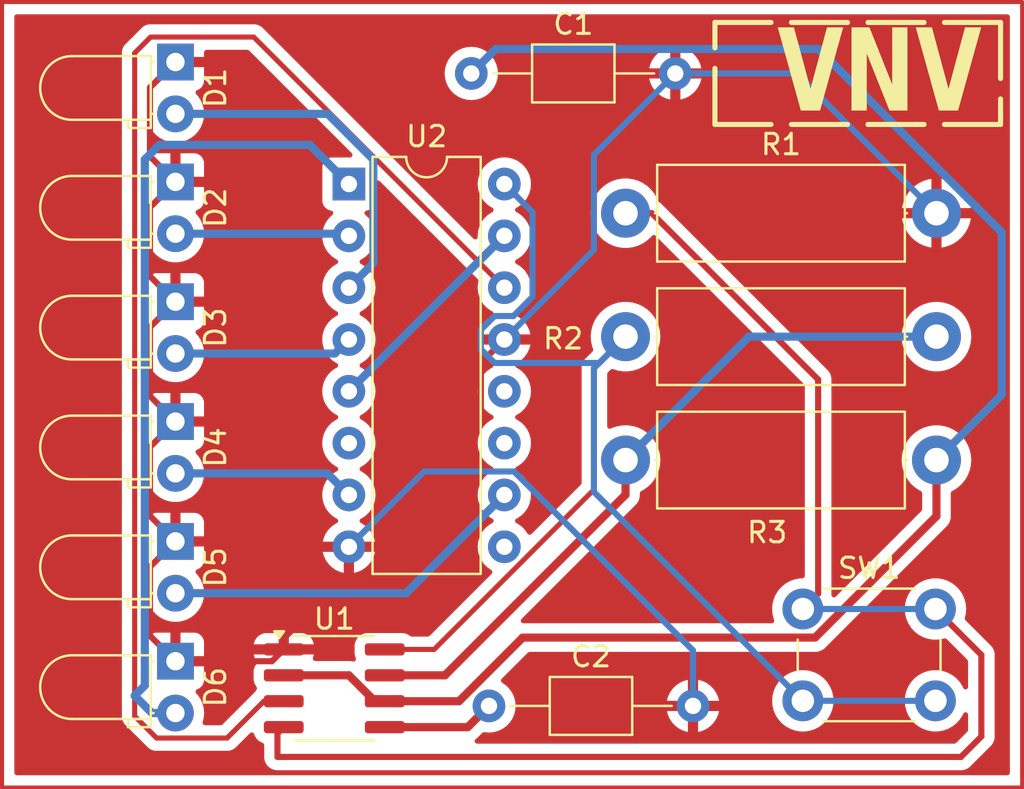
<source format=kicad_pcb>
(kicad_pcb (version 20240108) (generator "pcbnew") (generator_version "8.0")
  (layers (0 "F.Cu" signal) (31 "B.Cu" signal) (36 "B.SilkS" user "B.Silkscreen") (37 "F.SilkS" user "F.Silkscreen") (38 "B.Mask" user) (39 "F.Mask" user) (44 "Edge.Cuts" user))
  (net 0 "")
  (net 1 "/R2C1")
  (net 2 "GND")
  (net 3 "Net-(U1-CV)")
  (net 4 "/L1")
  (net 5 "/L2")
  (net 6 "/L3")
  (net 7 "/L4")
  (net 8 "/L5")
  (net 9 "/L6")
  (net 10 "/RST")
  (net 11 "/R1R2")
  (net 12 "5V")
  (net 13 "/CLK")
  (net 15 "/Q6")
  (footprint "LED_THT:LED_D3.0mm_Horizontal_O1.27mm_Z2.0mm" (layer "F.Cu") (at 126 77.440909 -90)
    (property "Reference" "D1" (at 1.27 -1.96 90) (layer "F.SilkS"))
    (property "Value" "LED")
    (fp_line (start 2.83 2.33) (end 2.83 1.21) (stroke (width 0.12)) (layer "F.SilkS"))
    (fp_line (start 3.23 2.33) (end 2.83 2.33) (stroke (width 0.12)) (layer "F.SilkS"))
    (fp_line (start -0.29 1.21) (end -0.29 5.07) (stroke (width 0.12)) (layer "F.SilkS"))
    (fp_line (start -0.29 1.21) (end 2.83 1.21) (stroke (width 0.12)) (layer "F.SilkS"))
    (fp_line (start 0 1.21) (end 0 1.21) (stroke (width 0.12)) (layer "F.SilkS"))
    (fp_line (start 0 1.21) (end 0 1.08) (stroke (width 0.12)) (layer "F.SilkS"))
    (fp_line (start 2.54 1.21) (end 2.54 1.21) (stroke (width 0.12)) (layer "F.SilkS"))
    (fp_line (start 2.54 1.21) (end 2.54 1.08) (stroke (width 0.12)) (layer "F.SilkS"))
    (fp_line (start 2.83 1.21) (end 2.83 5.07) (stroke (width 0.12)) (layer "F.SilkS"))
    (fp_line (start 2.83 1.21) (end 3.23 1.21) (stroke (width 0.12)) (layer "F.SilkS"))
    (fp_line (start 3.23 1.21) (end 3.23 2.33) (stroke (width 0.12)) (layer "F.SilkS"))
    (fp_line (start 0 1.08) (end 0 1.21) (stroke (width 0.12)) (layer "F.SilkS"))
    (fp_line (start 0 1.08) (end 0 1.08) (stroke (width 0.12)) (layer "F.SilkS"))
    (fp_line (start 2.54 1.08) (end 2.54 1.21) (stroke (width 0.12)) (layer "F.SilkS"))
    (fp_line (start 2.54 1.08) (end 2.54 1.08) (stroke (width 0.12)) (layer "F.SilkS"))
    (fp_arc (start 2.83 5.07) (mid 1.27 6.63) (end -0.29 5.07) (stroke (width 0.12)) (layer "F.SilkS"))
    (pad "1" thru_hole rect (at 0 0 270) (size 1.8 1.8) (drill 0.9) (layers "*.Cu" "*.Mask") (net 2 "GND"))
    (pad "2" thru_hole circle (at 2.54 0 270) (size 1.8 1.8) (drill 0.9) (layers "*.Cu" "*.Mask") (net 4 "/L1"))
  )
  (footprint "Capacitor_THT:C_Axial_L3.8mm_D2.6mm_P10.00mm_Horizontal" (layer "F.Cu") (at 141.366666 109)
    (property "Reference" "C2" (at 5 -2.42 0) (layer "F.SilkS"))
    (property "Value" "1nF")
    (fp_line (start 1.04 0) (end 2.98 0) (stroke (width 0.12)) (layer "F.SilkS"))
    (fp_line (start 2.98 -1.42) (end 2.98 1.42) (stroke (width 0.12)) (layer "F.SilkS"))
    (fp_line (start 2.98 1.42) (end 7.02 1.42) (stroke (width 0.12)) (layer "F.SilkS"))
    (fp_line (start 7.02 -1.42) (end 2.98 -1.42) (stroke (width 0.12)) (layer "F.SilkS"))
    (fp_line (start 7.02 1.42) (end 7.02 -1.42) (stroke (width 0.12)) (layer "F.SilkS"))
    (fp_line (start 8.96 0) (end 7.02 0) (stroke (width 0.12)) (layer "F.SilkS"))
    (pad "1" thru_hole circle (at 0 0) (size 1.6 1.6) (drill 0.8) (layers "*.Cu" "*.Mask") (net 3 "Net-(U1-CV)"))
    (pad "2" thru_hole oval (at 10 0) (size 1.6 1.6) (drill 0.8) (layers "*.Cu" "*.Mask") (net 2 "GND"))
  )
  (footprint "LED_THT:LED_D3.0mm_Horizontal_O1.27mm_Z2.0mm" (layer "F.Cu") (at 126 83.314545 -90)
    (property "Reference" "D2" (at 1.27 -1.96 90) (layer "F.SilkS"))
    (property "Value" "LED")
    (fp_line (start 2.83 2.33) (end 2.83 1.21) (stroke (width 0.12)) (layer "F.SilkS"))
    (fp_line (start 3.23 2.33) (end 2.83 2.33) (stroke (width 0.12)) (layer "F.SilkS"))
    (fp_line (start -0.29 1.21) (end -0.29 5.07) (stroke (width 0.12)) (layer "F.SilkS"))
    (fp_line (start -0.29 1.21) (end 2.83 1.21) (stroke (width 0.12)) (layer "F.SilkS"))
    (fp_line (start 0 1.21) (end 0 1.21) (stroke (width 0.12)) (layer "F.SilkS"))
    (fp_line (start 0 1.21) (end 0 1.08) (stroke (width 0.12)) (layer "F.SilkS"))
    (fp_line (start 2.54 1.21) (end 2.54 1.21) (stroke (width 0.12)) (layer "F.SilkS"))
    (fp_line (start 2.54 1.21) (end 2.54 1.08) (stroke (width 0.12)) (layer "F.SilkS"))
    (fp_line (start 2.83 1.21) (end 2.83 5.07) (stroke (width 0.12)) (layer "F.SilkS"))
    (fp_line (start 2.83 1.21) (end 3.23 1.21) (stroke (width 0.12)) (layer "F.SilkS"))
    (fp_line (start 3.23 1.21) (end 3.23 2.33) (stroke (width 0.12)) (layer "F.SilkS"))
    (fp_line (start 0 1.08) (end 0 1.21) (stroke (width 0.12)) (layer "F.SilkS"))
    (fp_line (start 0 1.08) (end 0 1.08) (stroke (width 0.12)) (layer "F.SilkS"))
    (fp_line (start 2.54 1.08) (end 2.54 1.21) (stroke (width 0.12)) (layer "F.SilkS"))
    (fp_line (start 2.54 1.08) (end 2.54 1.08) (stroke (width 0.12)) (layer "F.SilkS"))
    (fp_arc (start 2.83 5.07) (mid 1.27 6.63) (end -0.29 5.07) (stroke (width 0.12)) (layer "F.SilkS"))
    (pad "1" thru_hole rect (at 0 0 270) (size 1.8 1.8) (drill 0.9) (layers "*.Cu" "*.Mask") (net 2 "GND"))
    (pad "2" thru_hole circle (at 2.54 0 270) (size 1.8 1.8) (drill 0.9) (layers "*.Cu" "*.Mask") (net 5 "/L2"))
  )
  (footprint "Resistor_THT:R_Axial_DIN0414_L11.9mm_D4.5mm_P15.24mm_Horizontal" (layer "F.Cu") (at 148.06 90.9)
    (property "Reference" "R2" (at -3.06 0.1 0) (layer "F.SilkS"))
    (property "Value" "22k")
    (fp_line (start 1.44 0) (end 1.55 0) (stroke (width 0.12)) (layer "F.SilkS"))
    (fp_line (start 1.55 -2.37) (end 1.55 2.37) (stroke (width 0.12)) (layer "F.SilkS"))
    (fp_line (start 1.55 2.37) (end 13.69 2.37) (stroke (width 0.12)) (layer "F.SilkS"))
    (fp_line (start 13.69 -2.37) (end 1.55 -2.37) (stroke (width 0.12)) (layer "F.SilkS"))
    (fp_line (start 13.69 2.37) (end 13.69 -2.37) (stroke (width 0.12)) (layer "F.SilkS"))
    (fp_line (start 13.8 0) (end 13.69 0) (stroke (width 0.12)) (layer "F.SilkS"))
    (pad "1" thru_hole circle (at 0 0) (size 2.4 2.4) (drill 1.2) (layers "*.Cu" "*.Mask") (net 12 "5V"))
    (pad "2" thru_hole oval (at 15.24 0) (size 2.4 2.4) (drill 1.2) (layers "*.Cu" "*.Mask") (net 11 "/R1R2"))
  )
  (footprint "Capacitor_THT:C_Axial_L3.8mm_D2.6mm_P10.00mm_Horizontal" (layer "F.Cu") (at 140.5 78)
    (property "Reference" "C1" (at 5 -2.42 0) (layer "F.SilkS"))
    (property "Value" "1nF")
    (fp_line (start 1.04 0) (end 2.98 0) (stroke (width 0.12)) (layer "F.SilkS"))
    (fp_line (start 2.98 -1.42) (end 2.98 1.42) (stroke (width 0.12)) (layer "F.SilkS"))
    (fp_line (start 2.98 1.42) (end 7.02 1.42) (stroke (width 0.12)) (layer "F.SilkS"))
    (fp_line (start 7.02 -1.42) (end 2.98 -1.42) (stroke (width 0.12)) (layer "F.SilkS"))
    (fp_line (start 7.02 1.42) (end 7.02 -1.42) (stroke (width 0.12)) (layer "F.SilkS"))
    (fp_line (start 8.96 0) (end 7.02 0) (stroke (width 0.12)) (layer "F.SilkS"))
    (pad "1" thru_hole circle (at 0 0) (size 1.6 1.6) (drill 0.8) (layers "*.Cu" "*.Mask") (net 1 "/R2C1"))
    (pad "2" thru_hole oval (at 10 0) (size 1.6 1.6) (drill 0.8) (layers "*.Cu" "*.Mask") (net 2 "GND"))
  )
  (footprint "Resistor_THT:R_Axial_DIN0414_L11.9mm_D4.5mm_P15.24mm_Horizontal" (layer "F.Cu") (at 148.06 96.95)
    (property "Reference" "R3" (at 6.94 3.55 0) (layer "F.SilkS"))
    (property "Value" "100k")
    (fp_line (start 1.44 0) (end 1.55 0) (stroke (width 0.12)) (layer "F.SilkS"))
    (fp_line (start 1.55 -2.37) (end 1.55 2.37) (stroke (width 0.12)) (layer "F.SilkS"))
    (fp_line (start 1.55 2.37) (end 13.69 2.37) (stroke (width 0.12)) (layer "F.SilkS"))
    (fp_line (start 13.69 -2.37) (end 1.55 -2.37) (stroke (width 0.12)) (layer "F.SilkS"))
    (fp_line (start 13.69 2.37) (end 13.69 -2.37) (stroke (width 0.12)) (layer "F.SilkS"))
    (fp_line (start 13.8 0) (end 13.69 0) (stroke (width 0.12)) (layer "F.SilkS"))
    (pad "1" thru_hole circle (at 0 0) (size 2.4 2.4) (drill 1.2) (layers "*.Cu" "*.Mask") (net 11 "/R1R2"))
    (pad "2" thru_hole oval (at 15.24 0) (size 2.4 2.4) (drill 1.2) (layers "*.Cu" "*.Mask") (net 1 "/R2C1"))
  )
  (footprint "LED_THT:LED_D3.0mm_Horizontal_O1.27mm_Z2.0mm" (layer "F.Cu") (at 126 95.061817 -90)
    (property "Reference" "D4" (at 1.27 -1.96 90) (layer "F.SilkS"))
    (property "Value" "LED")
    (fp_line (start 2.83 2.33) (end 2.83 1.21) (stroke (width 0.12)) (layer "F.SilkS"))
    (fp_line (start 3.23 2.33) (end 2.83 2.33) (stroke (width 0.12)) (layer "F.SilkS"))
    (fp_line (start -0.29 1.21) (end -0.29 5.07) (stroke (width 0.12)) (layer "F.SilkS"))
    (fp_line (start -0.29 1.21) (end 2.83 1.21) (stroke (width 0.12)) (layer "F.SilkS"))
    (fp_line (start 0 1.21) (end 0 1.21) (stroke (width 0.12)) (layer "F.SilkS"))
    (fp_line (start 0 1.21) (end 0 1.08) (stroke (width 0.12)) (layer "F.SilkS"))
    (fp_line (start 2.54 1.21) (end 2.54 1.21) (stroke (width 0.12)) (layer "F.SilkS"))
    (fp_line (start 2.54 1.21) (end 2.54 1.08) (stroke (width 0.12)) (layer "F.SilkS"))
    (fp_line (start 2.83 1.21) (end 2.83 5.07) (stroke (width 0.12)) (layer "F.SilkS"))
    (fp_line (start 2.83 1.21) (end 3.23 1.21) (stroke (width 0.12)) (layer "F.SilkS"))
    (fp_line (start 3.23 1.21) (end 3.23 2.33) (stroke (width 0.12)) (layer "F.SilkS"))
    (fp_line (start 0 1.08) (end 0 1.21) (stroke (width 0.12)) (layer "F.SilkS"))
    (fp_line (start 0 1.08) (end 0 1.08) (stroke (width 0.12)) (layer "F.SilkS"))
    (fp_line (start 2.54 1.08) (end 2.54 1.21) (stroke (width 0.12)) (layer "F.SilkS"))
    (fp_line (start 2.54 1.08) (end 2.54 1.08) (stroke (width 0.12)) (layer "F.SilkS"))
    (fp_arc (start 2.83 5.07) (mid 1.27 6.63) (end -0.29 5.07) (stroke (width 0.12)) (layer "F.SilkS"))
    (pad "1" thru_hole rect (at 0 0 270) (size 1.8 1.8) (drill 0.9) (layers "*.Cu" "*.Mask") (net 2 "GND"))
    (pad "2" thru_hole circle (at 2.54 0 270) (size 1.8 1.8) (drill 0.9) (layers "*.Cu" "*.Mask") (net 7 "/L4"))
  )
  (footprint "LED_THT:LED_D3.0mm_Horizontal_O1.27mm_Z2.0mm" (layer "F.Cu") (at 126 106.80909 -90)
    (property "Reference" "D6" (at 1.27 -1.96 90) (layer "F.SilkS"))
    (property "Value" "LED")
    (fp_line (start 2.83 2.33) (end 2.83 1.21) (stroke (width 0.12)) (layer "F.SilkS"))
    (fp_line (start 3.23 2.33) (end 2.83 2.33) (stroke (width 0.12)) (layer "F.SilkS"))
    (fp_line (start -0.29 1.21) (end -0.29 5.07) (stroke (width 0.12)) (layer "F.SilkS"))
    (fp_line (start -0.29 1.21) (end 2.83 1.21) (stroke (width 0.12)) (layer "F.SilkS"))
    (fp_line (start 0 1.21) (end 0 1.21) (stroke (width 0.12)) (layer "F.SilkS"))
    (fp_line (start 0 1.21) (end 0 1.08) (stroke (width 0.12)) (layer "F.SilkS"))
    (fp_line (start 2.54 1.21) (end 2.54 1.21) (stroke (width 0.12)) (layer "F.SilkS"))
    (fp_line (start 2.54 1.21) (end 2.54 1.08) (stroke (width 0.12)) (layer "F.SilkS"))
    (fp_line (start 2.83 1.21) (end 2.83 5.07) (stroke (width 0.12)) (layer "F.SilkS"))
    (fp_line (start 2.83 1.21) (end 3.23 1.21) (stroke (width 0.12)) (layer "F.SilkS"))
    (fp_line (start 3.23 1.21) (end 3.23 2.33) (stroke (width 0.12)) (layer "F.SilkS"))
    (fp_line (start 0 1.08) (end 0 1.21) (stroke (width 0.12)) (layer "F.SilkS"))
    (fp_line (start 0 1.08) (end 0 1.08) (stroke (width 0.12)) (layer "F.SilkS"))
    (fp_line (start 2.54 1.08) (end 2.54 1.21) (stroke (width 0.12)) (layer "F.SilkS"))
    (fp_line (start 2.54 1.08) (end 2.54 1.08) (stroke (width 0.12)) (layer "F.SilkS"))
    (fp_arc (start 2.83 5.07) (mid 1.27 6.63) (end -0.29 5.07) (stroke (width 0.12)) (layer "F.SilkS"))
    (pad "1" thru_hole rect (at 0 0 270) (size 1.8 1.8) (drill 0.9) (layers "*.Cu" "*.Mask") (net 2 "GND"))
    (pad "2" thru_hole circle (at 2.54 0 270) (size 1.8 1.8) (drill 0.9) (layers "*.Cu" "*.Mask") (net 9 "/L6"))
  )
  (footprint "Package_SO:SOIC-8_3.9x4.9mm_P1.27mm" (layer "F.Cu") (at 133.783333 108.135)
    (property "Reference" "U1" (at 0 -3.4 0) (layer "F.SilkS"))
    (property "Value" "ICM7555xB")
    (fp_line (start 0 -2.56) (end -1.95 -2.56) (stroke (width 0.12)) (layer "F.SilkS"))
    (fp_line (start 0 -2.56) (end 1.95 -2.56) (stroke (width 0.12)) (layer "F.SilkS"))
    (fp_line (start 0 2.56) (end -1.95 2.56) (stroke (width 0.12)) (layer "F.SilkS"))
    (fp_line (start 0 2.56) (end 1.95 2.56) (stroke (width 0.12)) (layer "F.SilkS"))
    (fp_poly (pts (xy -2.7 -2.465) (xy -2.94 -2.795) (xy -2.46 -2.795) (xy -2.7 -2.465)) (stroke (width 0.12)) (fill solid) (layer "F.SilkS"))
    (pad "1" smd roundrect (at -2.475 -1.905) (size 1.95 0.6) (layers "F.Cu" "F.Paste" "F.Mask") (net 2 "GND"))
    (pad "2" smd roundrect (at -2.475 -0.635) (size 1.95 0.6) (layers "F.Cu" "F.Paste" "F.Mask") (net 1 "/R2C1"))
    (pad "3" smd roundrect (at -2.475 0.635) (size 1.95 0.6) (layers "F.Cu" "F.Paste" "F.Mask") (net 13 "/CLK"))
    (pad "4" smd roundrect (at -2.475 1.905) (size 1.95 0.6) (layers "F.Cu" "F.Paste" "F.Mask") (net 10 "/RST"))
    (pad "5" smd roundrect (at 2.475 1.905) (size 1.95 0.6) (layers "F.Cu" "F.Paste" "F.Mask") (net 3 "Net-(U1-CV)"))
    (pad "6" smd roundrect (at 2.475 0.635) (size 1.95 0.6) (layers "F.Cu" "F.Paste" "F.Mask") (net 1 "/R2C1"))
    (pad "7" smd roundrect (at 2.475 -0.635) (size 1.95 0.6) (layers "F.Cu" "F.Paste" "F.Mask") (net 11 "/R1R2"))
    (pad "8" smd roundrect (at 2.475 -1.905) (size 1.95 0.6) (layers "F.Cu" "F.Paste" "F.Mask") (net 12 "5V"))
  )
  (footprint "Resistor_THT:R_Axial_DIN0414_L11.9mm_D4.5mm_P15.24mm_Horizontal" (layer "F.Cu") (at 148.06 84.85)
    (property "Reference" "R1" (at 7.62 -3.37 0) (layer "F.SilkS"))
    (property "Value" "2.2k")
    (fp_line (start 1.44 0) (end 1.55 0) (stroke (width 0.12)) (layer "F.SilkS"))
    (fp_line (start 1.55 -2.37) (end 1.55 2.37) (stroke (width 0.12)) (layer "F.SilkS"))
    (fp_line (start 1.55 2.37) (end 13.69 2.37) (stroke (width 0.12)) (layer "F.SilkS"))
    (fp_line (start 13.69 -2.37) (end 1.55 -2.37) (stroke (width 0.12)) (layer "F.SilkS"))
    (fp_line (start 13.69 2.37) (end 13.69 -2.37) (stroke (width 0.12)) (layer "F.SilkS"))
    (fp_line (start 13.8 0) (end 13.69 0) (stroke (width 0.12)) (layer "F.SilkS"))
    (pad "1" thru_hole circle (at 0 0) (size 2.4 2.4) (drill 1.2) (layers "*.Cu" "*.Mask") (net 10 "/RST"))
    (pad "2" thru_hole oval (at 15.24 0) (size 2.4 2.4) (drill 1.2) (layers "*.Cu" "*.Mask") (net 2 "GND"))
  )
  (footprint "Button_Switch_THT:SW_PUSH_6mm" (layer "F.Cu") (at 156.75 104.25)
    (property "Reference" "SW1" (at 3.25 -2 0) (layer "F.SilkS"))
    (property "Value" "SW_Push")
    (fp_line (start -0.25 1.5) (end -0.25 3) (stroke (width 0.12)) (layer "F.SilkS"))
    (fp_line (start 1 5.5) (end 5.5 5.5) (stroke (width 0.12)) (layer "F.SilkS"))
    (fp_line (start 5.5 -1) (end 1 -1) (stroke (width 0.12)) (layer "F.SilkS"))
    (fp_line (start 6.75 3) (end 6.75 1.5) (stroke (width 0.12)) (layer "F.SilkS"))
    (pad "1" thru_hole circle (at 0 0 90) (size 2 2) (drill 1.1) (layers "*.Cu" "*.Mask") (net 10 "/RST"))
    (pad "1" thru_hole circle (at 6.5 0 90) (size 2 2) (drill 1.1) (layers "*.Cu" "*.Mask") (net 10 "/RST"))
    (pad "2" thru_hole circle (at 0 4.5 90) (size 2 2) (drill 1.1) (layers "*.Cu" "*.Mask") (net 12 "5V"))
    (pad "2" thru_hole circle (at 6.5 4.5 90) (size 2 2) (drill 1.1) (layers "*.Cu" "*.Mask") (net 12 "5V"))
  )
  (footprint "LED_THT:LED_D3.0mm_Horizontal_O1.27mm_Z2.0mm" (layer "F.Cu") (at 126 89.188181 -90)
    (property "Reference" "D3" (at 1.27 -1.96 90) (layer "F.SilkS"))
    (property "Value" "LED")
    (fp_line (start 2.83 2.33) (end 2.83 1.21) (stroke (width 0.12)) (layer "F.SilkS"))
    (fp_line (start 3.23 2.33) (end 2.83 2.33) (stroke (width 0.12)) (layer "F.SilkS"))
    (fp_line (start -0.29 1.21) (end -0.29 5.07) (stroke (width 0.12)) (layer "F.SilkS"))
    (fp_line (start -0.29 1.21) (end 2.83 1.21) (stroke (width 0.12)) (layer "F.SilkS"))
    (fp_line (start 0 1.21) (end 0 1.21) (stroke (width 0.12)) (layer "F.SilkS"))
    (fp_line (start 0 1.21) (end 0 1.08) (stroke (width 0.12)) (layer "F.SilkS"))
    (fp_line (start 2.54 1.21) (end 2.54 1.21) (stroke (width 0.12)) (layer "F.SilkS"))
    (fp_line (start 2.54 1.21) (end 2.54 1.08) (stroke (width 0.12)) (layer "F.SilkS"))
    (fp_line (start 2.83 1.21) (end 2.83 5.07) (stroke (width 0.12)) (layer "F.SilkS"))
    (fp_line (start 2.83 1.21) (end 3.23 1.21) (stroke (width 0.12)) (layer "F.SilkS"))
    (fp_line (start 3.23 1.21) (end 3.23 2.33) (stroke (width 0.12)) (layer "F.SilkS"))
    (fp_line (start 0 1.08) (end 0 1.21) (stroke (width 0.12)) (layer "F.SilkS"))
    (fp_line (start 0 1.08) (end 0 1.08) (stroke (width 0.12)) (layer "F.SilkS"))
    (fp_line (start 2.54 1.08) (end 2.54 1.21) (stroke (width 0.12)) (layer "F.SilkS"))
    (fp_line (start 2.54 1.08) (end 2.54 1.08) (stroke (width 0.12)) (layer "F.SilkS"))
    (fp_arc (start 2.83 5.07) (mid 1.27 6.63) (end -0.29 5.07) (stroke (width 0.12)) (layer "F.SilkS"))
    (pad "1" thru_hole rect (at 0 0 270) (size 1.8 1.8) (drill 0.9) (layers "*.Cu" "*.Mask") (net 2 "GND"))
    (pad "2" thru_hole circle (at 2.54 0 270) (size 1.8 1.8) (drill 0.9) (layers "*.Cu" "*.Mask") (net 6 "/L3"))
  )
  (footprint "Package_DIP:DIP-16_W7.62mm" (layer "F.Cu") (at 134.5 83.42)
    (property "Reference" "U2" (at 3.81 -2.33 0) (layer "F.SilkS"))
    (property "Value" "4017")
    (fp_line (start 1.16 -1.33) (end 1.16 19.11) (stroke (width 0.12)) (layer "F.SilkS"))
    (fp_line (start 1.16 19.11) (end 6.46 19.11) (stroke (width 0.12)) (layer "F.SilkS"))
    (fp_line (start 2.81 -1.33) (end 1.16 -1.33) (stroke (width 0.12)) (layer "F.SilkS"))
    (fp_line (start 6.46 -1.33) (end 4.81 -1.33) (stroke (width 0.12)) (layer "F.SilkS"))
    (fp_line (start 6.46 19.11) (end 6.46 -1.33) (stroke (width 0.12)) (layer "F.SilkS"))
    (fp_arc (start 4.81 -1.33) (mid 3.81 -0.33) (end 2.81 -1.33) (stroke (width 0.12)) (layer "F.SilkS"))
    (pad "1" thru_hole rect (at 0 0) (size 1.6 1.6) (drill 0.8) (layers "*.Cu" "*.Mask") (net 9 "/L6"))
    (pad "2" thru_hole oval (at 0 2.54) (size 1.6 1.6) (drill 0.8) (layers "*.Cu" "*.Mask") (net 5 "/L2"))
    (pad "3" thru_hole oval (at 0 5.08) (size 1.6 1.6) (drill 0.8) (layers "*.Cu" "*.Mask") (net 4 "/L1"))
    (pad "4" thru_hole oval (at 0 7.62) (size 1.6 1.6) (drill 0.8) (layers "*.Cu" "*.Mask") (net 6 "/L3"))
    (pad "5" thru_hole oval (at 0 10.16) (size 1.6 1.6) (drill 0.8) (layers "*.Cu" "*.Mask") (net 15 "/Q6"))
    (pad "6" thru_hole oval (at 0 12.7) (size 1.6 1.6) (drill 0.8) (layers "*.Cu" "*.Mask"))
    (pad "7" thru_hole oval (at 0 15.24) (size 1.6 1.6) (drill 0.8) (layers "*.Cu" "*.Mask") (net 7 "/L4"))
    (pad "8" thru_hole oval (at 0 17.78) (size 1.6 1.6) (drill 0.8) (layers "*.Cu" "*.Mask") (net 2 "GND"))
    (pad "9" thru_hole oval (at 7.62 17.78) (size 1.6 1.6) (drill 0.8) (layers "*.Cu" "*.Mask"))
    (pad "10" thru_hole oval (at 7.62 15.24) (size 1.6 1.6) (drill 0.8) (layers "*.Cu" "*.Mask") (net 8 "/L5"))
    (pad "11" thru_hole oval (at 7.62 12.7) (size 1.6 1.6) (drill 0.8) (layers "*.Cu" "*.Mask"))
    (pad "12" thru_hole oval (at 7.62 10.16) (size 1.6 1.6) (drill 0.8) (layers "*.Cu" "*.Mask"))
    (pad "13" thru_hole oval (at 7.62 7.62) (size 1.6 1.6) (drill 0.8) (layers "*.Cu" "*.Mask") (net 2 "GND"))
    (pad "14" thru_hole oval (at 7.62 5.08) (size 1.6 1.6) (drill 0.8) (layers "*.Cu" "*.Mask") (net 13 "/CLK"))
    (pad "15" thru_hole oval (at 7.62 2.54) (size 1.6 1.6) (drill 0.8) (layers "*.Cu" "*.Mask") (net 15 "/Q6"))
    (pad "16" thru_hole oval (at 7.62 0) (size 1.6 1.6) (drill 0.8) (layers "*.Cu" "*.Mask") (net 12 "5V"))
  )
  (footprint "LED_THT:LED_D3.0mm_Horizontal_O1.27mm_Z2.0mm" (layer "F.Cu") (at 126 100.935453 -90)
    (property "Reference" "D5" (at 1.27 -1.96 90) (layer "F.SilkS"))
    (property "Value" "LED")
    (fp_line (start 2.83 2.33) (end 2.83 1.21) (stroke (width 0.12)) (layer "F.SilkS"))
    (fp_line (start 3.23 2.33) (end 2.83 2.33) (stroke (width 0.12)) (layer "F.SilkS"))
    (fp_line (start -0.29 1.21) (end -0.29 5.07) (stroke (width 0.12)) (layer "F.SilkS"))
    (fp_line (start -0.29 1.21) (end 2.83 1.21) (stroke (width 0.12)) (layer "F.SilkS"))
    (fp_line (start 0 1.21) (end 0 1.21) (stroke (width 0.12)) (layer "F.SilkS"))
    (fp_line (start 0 1.21) (end 0 1.08) (stroke (width 0.12)) (layer "F.SilkS"))
    (fp_line (start 2.54 1.21) (end 2.54 1.21) (stroke (width 0.12)) (layer "F.SilkS"))
    (fp_line (start 2.54 1.21) (end 2.54 1.08) (stroke (width 0.12)) (layer "F.SilkS"))
    (fp_line (start 2.83 1.21) (end 2.83 5.07) (stroke (width 0.12)) (layer "F.SilkS"))
    (fp_line (start 2.83 1.21) (end 3.23 1.21) (stroke (width 0.12)) (layer "F.SilkS"))
    (fp_line (start 3.23 1.21) (end 3.23 2.33) (stroke (width 0.12)) (layer "F.SilkS"))
    (fp_line (start 0 1.08) (end 0 1.21) (stroke (width 0.12)) (layer "F.SilkS"))
    (fp_line (start 0 1.08) (end 0 1.08) (stroke (width 0.12)) (layer "F.SilkS"))
    (fp_line (start 2.54 1.08) (end 2.54 1.21) (stroke (width 0.12)) (layer "F.SilkS"))
    (fp_line (start 2.54 1.08) (end 2.54 1.08) (stroke (width 0.12)) (layer "F.SilkS"))
    (fp_arc (start 2.83 5.07) (mid 1.27 6.63) (end -0.29 5.07) (stroke (width 0.12)) (layer "F.SilkS"))
    (pad "1" thru_hole rect (at 0 0 270) (size 1.8 1.8) (drill 0.9) (layers "*.Cu" "*.Mask") (net 2 "GND"))
    (pad "2" thru_hole circle (at 2.54 0 270) (size 1.8 1.8) (drill 0.9) (layers "*.Cu" "*.Mask") (net 8 "/L5"))
  )
  (gr_rect (start 117.5 74.5) (end 167.5 113) (stroke (width 0.2)) (fill none) (layer "F.Cu"))
  (gr_rect (start 152.4418 75.5) (end 166.4418 80.5) (stroke (width 0.25) (type dash)) (fill none) (layer "F.SilkS"))
  (gr_text "VNV" (at 155.5 80.5 0) (layer "F.SilkS") (effects (font (size 4 3) (thickness 0.2) (bold yes)) (justify left bottom)))
  (segment (start 157.35 105.65) (end 163.3 99.7) (width 0.4) (layer "F.Cu") (net 1))
  (segment (start 143.019609 105.65) (end 157.35 105.65) (width 0.4) (layer "F.Cu") (net 1))
  (segment (start 134.501359 107.5) (end 135.771359 108.77) (width 0.4) (layer "F.Cu") (net 1))
  (segment (start 131.308333 107.5) (end 134.501359 107.5) (width 0.4) (layer "F.Cu") (net 1))
  (segment (start 163.3 99.7) (end 163.3 96.95) (width 0.4) (layer "F.Cu") (net 1))
  (segment (start 139.899609 108.77) (end 143.019609 105.65) (width 0.4) (layer "F.Cu") (net 1))
  (segment (start 136.258333 108.77) (end 139.899609 108.77) (width 0.4) (layer "F.Cu") (net 1))
  (segment (start 135.771359 108.77) (end 136.258333 108.77) (width 0.4) (layer "F.Cu") (net 1))
  (segment (start 141.7 76.8) (end 140.5 78) (width 0.4) (layer "B.Cu") (net 1))
  (segment (start 163.3 96.95) (end 166.5 93.75) (width 0.4) (layer "B.Cu") (net 1))
  (segment (start 157.512742 76.8) (end 141.7 76.8) (width 0.4) (layer "B.Cu") (net 1))
  (segment (start 166.5 85.787258) (end 157.512742 76.8) (width 0.4) (layer "B.Cu") (net 1))
  (segment (start 166.5 93.75) (end 166.5 85.787258) (width 0.4) (layer "B.Cu") (net 1))
  (segment (start 124.75 84.564545) (end 124.75 87.938181) (width 0.3) (layer "F.Cu") (net 2))
  (segment (start 140.97 92.19) (end 140.97 94.73) (width 0.3) (layer "F.Cu") (net 2))
  (segment (start 140.97 94.73) (end 134.5 101.2) (width 0.3) (layer "F.Cu") (net 2))
  (segment (start 142.12 91.04) (end 140.97 92.19) (width 0.3) (layer "F.Cu") (net 2))
  (segment (start 124.75 99.685453) (end 126 100.935453) (width 0.3) (layer "F.Cu") (net 2))
  (segment (start 124.75 78.690909) (end 124.75 82.064545) (width 0.3) (layer "F.Cu") (net 2))
  (segment (start 131.308333 105.691667) (end 134.5 102.5) (width 0.3) (layer "F.Cu") (net 2))
  (segment (start 130.729243 106.80909) (end 131.308333 106.23) (width 0.3) (layer "F.Cu") (net 2))
  (segment (start 126 83.314545) (end 124.75 84.564545) (width 0.3) (layer "F.Cu") (net 2))
  (segment (start 131.308333 106.23) (end 131.308333 105.691667) (width 0.3) (layer "F.Cu") (net 2))
  (segment (start 134.5 102.5) (end 134.5 101.2) (width 0.3) (layer "F.Cu") (net 2))
  (segment (start 126 106.80909) (end 130.729243 106.80909) (width 0.3) (layer "F.Cu") (net 2))
  (segment (start 126 95.061817) (end 124.75 96.311817) (width 0.3) (layer "F.Cu") (net 2))
  (segment (start 126 89.188181) (end 124.75 90.438181) (width 0.3) (layer "F.Cu") (net 2))
  (segment (start 124.75 90.438181) (end 124.75 93.811817) (width 0.3) (layer "F.Cu") (net 2))
  (segment (start 124.75 96.311817) (end 124.75 99.685453) (width 0.3) (layer "F.Cu") (net 2))
  (segment (start 124.75 102.185453) (end 124.75 105.55909) (width 0.3) (layer "F.Cu") (net 2))
  (segment (start 124.75 93.811817) (end 126 95.061817) (width 0.3) (layer "F.Cu") (net 2))
  (segment (start 124.75 82.064545) (end 126 83.314545) (width 0.3) (layer "F.Cu") (net 2))
  (segment (start 126 77.440909) (end 124.75 78.690909) (width 0.3) (layer "F.Cu") (net 2))
  (segment (start 126 100.935453) (end 124.75 102.185453) (width 0.3) (layer "F.Cu") (net 2))
  (segment (start 124.75 105.55909) (end 126 106.80909) (width 0.3) (layer "F.Cu") (net 2))
  (segment (start 124.75 87.938181) (end 126 89.188181) (width 0.3) (layer "F.Cu") (net 2))
  (segment (start 146.51 81.99) (end 150.5 78) (width 0.3) (layer "B.Cu") (net 2))
  (segment (start 138.19 97.51) (end 134.5 101.2) (width 0.3) (layer "B.Cu") (net 2))
  (segment (start 156.45 78) (end 150.5 78) (width 0.3) (layer "B.Cu") (net 2))
  (segment (start 142.12 91.04) (end 146.51 86.65) (width 0.3) (layer "B.Cu") (net 2))
  (segment (start 151.366666 106.28032) (end 142.596346 97.51) (width 0.3) (layer "B.Cu") (net 2))
  (segment (start 163.3 84.85) (end 156.45 78) (width 0.3) (layer "B.Cu") (net 2))
  (segment (start 146.51 86.65) (end 146.51 81.99) (width 0.3) (layer "B.Cu") (net 2))
  (segment (start 151.366666 109) (end 151.366666 106.28032) (width 0.3) (layer "B.Cu") (net 2))
  (segment (start 142.596346 97.51) (end 138.19 97.51) (width 0.3) (layer "B.Cu") (net 2))
  (segment (start 140.326666 110.04) (end 141.366666 109) (width 0.4) (layer "F.Cu") (net 3))
  (segment (start 136.258333 110.04) (end 140.326666 110.04) (width 0.4) (layer "F.Cu") (net 3))
  (segment (start 135.7 87.3) (end 134.5 88.5) (width 0.4) (layer "B.Cu") (net 4))
  (segment (start 126 79.980909) (end 133.460909 79.980909) (width 0.4) (layer "B.Cu") (net 4))
  (segment (start 135.7 82.22) (end 135.7 87.3) (width 0.4) (layer "B.Cu") (net 4))
  (segment (start 133.460909 79.980909) (end 135.7 82.22) (width 0.4) (layer "B.Cu") (net 4))
  (segment (start 134.394545 85.854545) (end 134.5 85.96) (width 0.4) (layer "F.Cu") (net 5))
  (segment (start 134.394545 85.854545) (end 134.5 85.96) (width 0.4) (layer "B.Cu") (net 5))
  (segment (start 126 85.854545) (end 134.394545 85.854545) (width 0.4) (layer "B.Cu") (net 5))
  (segment (start 133.811819 91.728181) (end 134.5 91.04) (width 0.4) (layer "B.Cu") (net 6))
  (segment (start 126 91.728181) (end 133.811819 91.728181) (width 0.4) (layer "B.Cu") (net 6))
  (segment (start 126 97.601817) (end 133.441817 97.601817) (width 0.4) (layer "B.Cu") (net 7))
  (segment (start 133.441817 97.601817) (end 134.5 98.66) (width 0.4) (layer "B.Cu") (net 7))
  (segment (start 126 103.475453) (end 137.304547 103.475453) (width 0.4) (layer "B.Cu") (net 8))
  (segment (start 137.304547 103.475453) (end 142.12 98.66) (width 0.4) (layer "B.Cu") (net 8))
  (segment (start 132.58 81.5) (end 134.5 83.42) (width 0.4) (layer "B.Cu") (net 9))
  (segment (start 124.5 82.214545) (end 125.214545 81.5) (width 0.4) (layer "B.Cu") (net 9))
  (segment (start 124.5 108) (end 124.5 82.214545) (width 0.4) (layer "B.Cu") (net 9))
  (segment (start 125.214545 81.5) (end 132.58 81.5) (width 0.4) (layer "B.Cu") (net 9))
  (segment (start 124.84909 109.34909) (end 124 108.5) (width 0.4) (layer "B.Cu") (net 9))
  (segment (start 126 109.34909) (end 124.84909 109.34909) (width 0.4) (layer "B.Cu") (net 9))
  (segment (start 124 108.5) (end 124.5 108) (width 0.4) (layer "B.Cu") (net 9))
  (segment (start 157.5 93) (end 149.35 84.85) (width 0.3) (layer "F.Cu") (net 10))
  (segment (start 131.308333 110.04) (end 131 110.348333) (width 0.3) (layer "F.Cu") (net 10))
  (segment (start 149.35 84.85) (end 148.06 84.85) (width 0.3) (layer "F.Cu") (net 10))
  (segment (start 131 111.5) (end 164.5 111.5) (width 0.3) (layer "F.Cu") (net 10))
  (segment (start 157.5 103.5) (end 157.5 93) (width 0.3) (layer "F.Cu") (net 10))
  (segment (start 131 110.348333) (end 131 111.5) (width 0.3) (layer "F.Cu") (net 10))
  (segment (start 156.75 104.25) (end 157.5 103.5) (width 0.3) (layer "F.Cu") (net 10))
  (segment (start 164.5 111.5) (end 165.5 110.5) (width 0.3) (layer "F.Cu") (net 10))
  (segment (start 165.5 110.5) (end 165.5 106.5) (width 0.3) (layer "F.Cu") (net 10))
  (segment (start 165.5 106.5) (end 163.25 104.25) (width 0.3) (layer "F.Cu") (net 10))
  (segment (start 163.25 104.25) (end 156.75 104.25) (width 0.3) (layer "B.Cu") (net 10))
  (segment (start 148.06 96.95) (end 148.06 98.647056) (width 0.4) (layer "F.Cu") (net 11))
  (segment (start 148.06 98.647056) (end 139.207056 107.5) (width 0.4) (layer "F.Cu") (net 11))
  (segment (start 139.207056 107.5) (end 136.258333 107.5) (width 0.4) (layer "F.Cu") (net 11))
  (segment (start 154.11 90.9) (end 148.06 96.95) (width 0.4) (layer "B.Cu") (net 11))
  (segment (start 163.3 90.9) (end 154.11 90.9) (width 0.4) (layer "B.Cu") (net 11))
  (segment (start 138.680991 106.23) (end 146.535 98.375991) (width 0.25) (layer "F.Cu") (net 12))
  (segment (start 136.258333 106.23) (end 138.680991 106.23) (width 0.25) (layer "F.Cu") (net 12))
  (segment (start 146.535 92.425) (end 148.06 90.9) (width 0.25) (layer "F.Cu") (net 12))
  (segment (start 146.535 98.375991) (end 146.535 92.425) (width 0.25) (layer "F.Cu") (net 12))
  (segment (start 141.643654 92.19) (end 140.97 91.516346) (width 0.3) (layer "B.Cu") (net 12))
  (segment (start 148.06 90.9) (end 146.51 92.45) (width 0.3) (layer "B.Cu") (net 12))
  (segment (start 141.643654 89.89) (end 142.562894 89.89) (width 0.3) (layer "B.Cu") (net 12))
  (segment (start 146.51 98.51) (end 156.75 108.75) (width 0.3) (layer "B.Cu") (net 12))
  (segment (start 140.97 91.516346) (end 140.97 90.563654) (width 0.3) (layer "B.Cu") (net 12))
  (segment (start 142.562894 89.89) (end 143.5 88.952894) (width 0.3) (layer "B.Cu") (net 12))
  (segment (start 146.77 92.19) (end 141.643654 92.19) (width 0.3) (layer "B.Cu") (net 12))
  (segment (start 140.97 90.563654) (end 141.643654 89.89) (width 0.3) (layer "B.Cu") (net 12))
  (segment (start 148.06 90.9) (end 146.77 92.19) (width 0.3) (layer "B.Cu") (net 12))
  (segment (start 163.25 108.75) (end 156.75 108.75) (width 0.3) (layer "B.Cu") (net 12))
  (segment (start 143.5 88.952894) (end 143.5 84.8) (width 0.3) (layer "B.Cu") (net 12))
  (segment (start 143.5 84.8) (end 142.12 83.42) (width 0.3) (layer "B.Cu") (net 12))
  (segment (start 146.51 92.45) (end 146.51 98.51) (width 0.3) (layer "B.Cu") (net 12))
  (segment (start 124 77) (end 124.784091 76.215909) (width 0.25) (layer "F.Cu") (net 13))
  (segment (start 130.333334 108.77) (end 128.529244 110.57409) (width 0.25) (layer "F.Cu") (net 13))
  (segment (start 124 109.5) (end 124 77) (width 0.25) (layer "F.Cu") (net 13))
  (segment (start 124.784091 76.215909) (end 129.835909 76.215909) (width 0.25) (layer "F.Cu") (net 13))
  (segment (start 125.07409 110.57409) (end 124 109.5) (width 0.25) (layer "F.Cu") (net 13))
  (segment (start 131.308333 108.77) (end 130.333334 108.77) (width 0.25) (layer "F.Cu") (net 13))
  (segment (start 128.529244 110.57409) (end 125.07409 110.57409) (width 0.25) (layer "F.Cu") (net 13))
  (segment (start 129.835909 76.215909) (end 142 88.38) (width 0.25) (layer "F.Cu") (net 13))
  (segment (start 134.5 93.58) (end 142.12 85.96) (width 0.4) (layer "B.Cu") (net 15))
  (zone (net 2) (net_name "GND") (layer "F.Cu") (connect_pads (clearance 0.5)) (min_thickness 0.25) (fill yes (thermal_gap 0.5) (thermal_bridge_width 0.5))
    (polygon (pts (xy 117.5 74.5) (xy 167.5 74.5) (xy 167.5 113) (xy 117.5 113)))
  )
)
</source>
